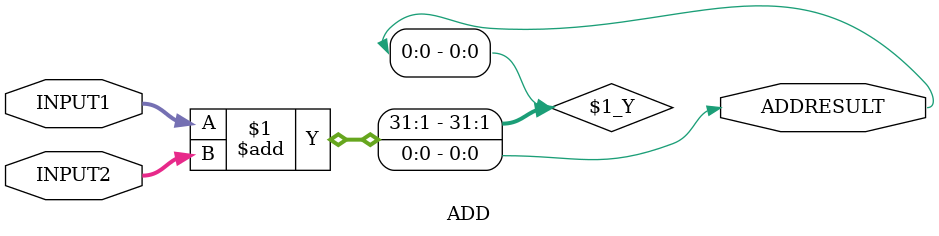
<source format=v>
module ADD (INPUT1 , INPUT2 , ADDRESULT);
input [31:0] INPUT1 , INPUT2 ;
output ADDRESULT ;
assign ADDRESULT = INPUT1 + INPUT2 ;
endmodule

</source>
